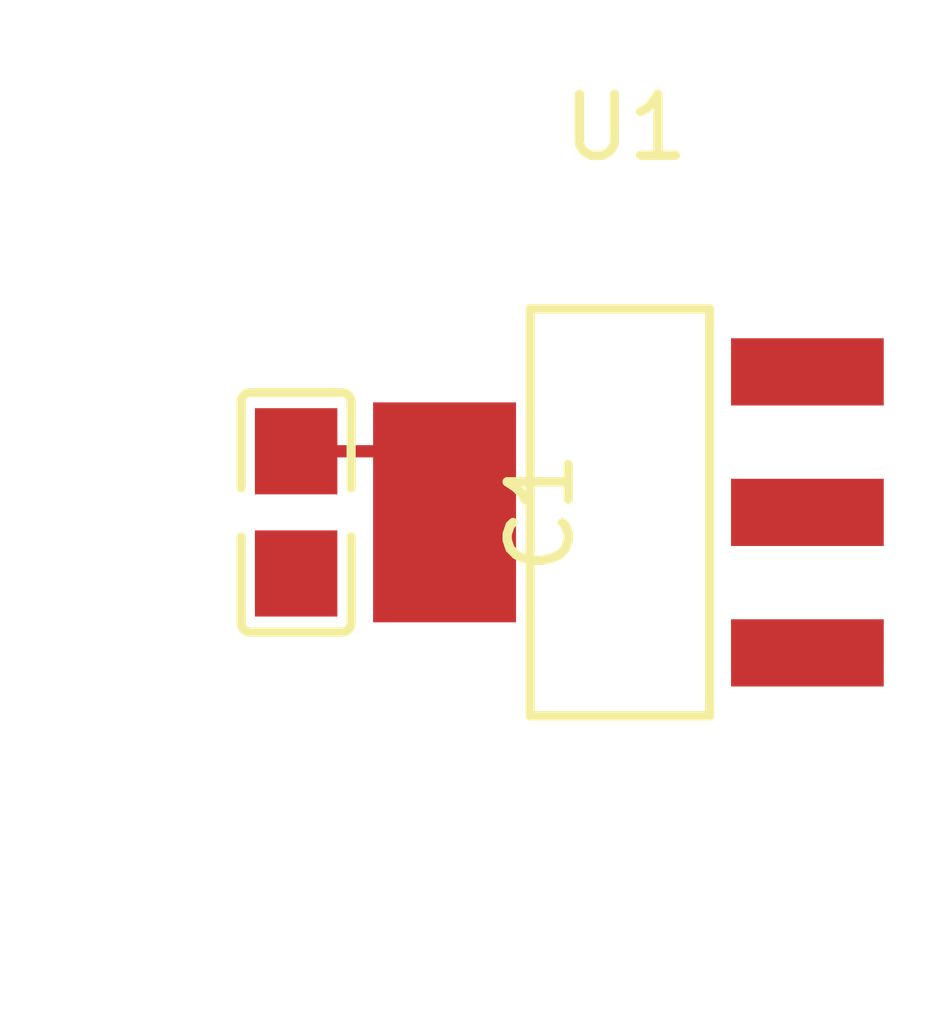
<source format=kicad_pcb>
(kicad_pcb (version 20241229) (generator "pcbnew") (generator_version "9.0")
  (layers (0 "F.Cu" signal) (2 "B.Cu" signal) (13 "F.Paste" user) (15 "B.Paste" user) (5 "F.SilkS" user "F.Silkscreen") (7 "B.SilkS" user "B.Silkscreen") (1 "F.Mask" user) (3 "B.Mask" user) (25 "Edge.Cuts" user))
  (net 0 "")
  (net 1 "gnd")
  (net 2 "VIN")
  (net 3 "VOUT")
  (footprint "Samsung_Electro_Mechanics_CL21A226MQQNNNE:C0805" (layer "F.Cu") (at 28.8 30.4 -90)
    (property "Reference" "C1" (at 0 -4 90) (layer "F.SilkS"))
    (property "Value" "22µF ±20% 6.3V X5R")
    (fp_line (start -0.4 0.9) (end -1.81 0.9) (stroke (width 0.15)) (layer "F.SilkS"))
    (fp_line (start 0.4 0.9) (end 1.81 0.9) (stroke (width 0.15)) (layer "F.SilkS"))
    (fp_line (start -1.96 0.75) (end -1.96 -0.75) (stroke (width 0.15)) (layer "F.SilkS"))
    (fp_line (start 1.96 0.75) (end 1.96 -0.75) (stroke (width 0.15)) (layer "F.SilkS"))
    (fp_line (start -1.81 -0.9) (end -0.4 -0.9) (stroke (width 0.15)) (layer "F.SilkS"))
    (fp_line (start 1.81 -0.9) (end 0.4 -0.9) (stroke (width 0.15)) (layer "F.SilkS"))
    (fp_arc (start -1.81 0.9) (mid -1.916066 0.856066) (end -1.96 0.75) (stroke (width 0.15)) (layer "F.SilkS"))
    (fp_arc (start 1.96 0.75) (mid 1.916066 0.856066) (end 1.81 0.9) (stroke (width 0.15)) (layer "F.SilkS"))
    (fp_arc (start -1.96 -0.75) (mid -1.916066 -0.856066) (end -1.81 -0.9) (stroke (width 0.15)) (layer "F.SilkS"))
    (fp_arc (start 1.81 -0.9) (mid 1.916066 -0.856066) (end 1.96 -0.75) (stroke (width 0.15)) (layer "F.SilkS"))
    (fp_text user "${REFERENCE}" (at 0 -4 90) (layer "F.SilkS"))
    (pad "1" smd rect (at -1 0 270) (size 1.41 1.35) (layers "F.Cu" "F.Mask" "F.Paste") (net 3 "VOUT"))
    (pad "2" smd rect (at 1 0 270) (size 1.41 1.35) (layers "F.Cu" "F.Mask" "F.Paste") (net 1 "gnd"))
  )
  (footprint "Advanced_Monolithic_Systems_AMS1117_3_3:SOT-223-3_L6.5-W3.4-P2.30-LS7.0-BR" (layer "F.Cu") (at 34.2 30.4)
    (property "Reference" "U1" (at 0 -6.3 0) (layer "F.SilkS"))
    (property "Value" "")
    (fp_line (start -1.57 -3.33) (end 1.37 -3.33) (stroke (width 0.15)) (layer "F.SilkS"))
    (fp_line (start -1.57 3.33) (end -1.57 -3.33) (stroke (width 0.15)) (layer "F.SilkS"))
    (fp_line (start 1.37 -3.33) (end 1.37 3.33) (stroke (width 0.15)) (layer "F.SilkS"))
    (fp_line (start 1.37 3.33) (end -1.57 3.33) (stroke (width 0.15)) (layer "F.SilkS"))
    (fp_text user "${REFERENCE}" (at 0 -6.3 0) (layer "F.SilkS"))
    (pad "1" smd rect (at 2.97 2.3) (size 2.5 1.1) (layers "F.Cu" "F.Mask" "F.Paste") (net 1 "gnd"))
    (pad "2" smd rect (at 2.97 0) (size 2.5 1.1) (layers "F.Cu" "F.Mask" "F.Paste") (net 3 "VOUT"))
    (pad "3" smd rect (at 2.97 -2.3) (size 2.5 1.1) (layers "F.Cu" "F.Mask" "F.Paste") (net 2 "VIN"))
    (pad "4" smd rect (at -2.97 0) (size 2.34 3.6) (layers "F.Cu" "F.Mask" "F.Paste") (net 3 "VOUT"))
  )
  (segment (start 28.8 29.4) (end 30.23 29.4) (width 0.2) (layer "F.Cu") (net 3))
  (segment (start 30.23 29.4) (end 31.23 30.4) (width 0.2) (layer "F.Cu") (net 3))
)
</source>
